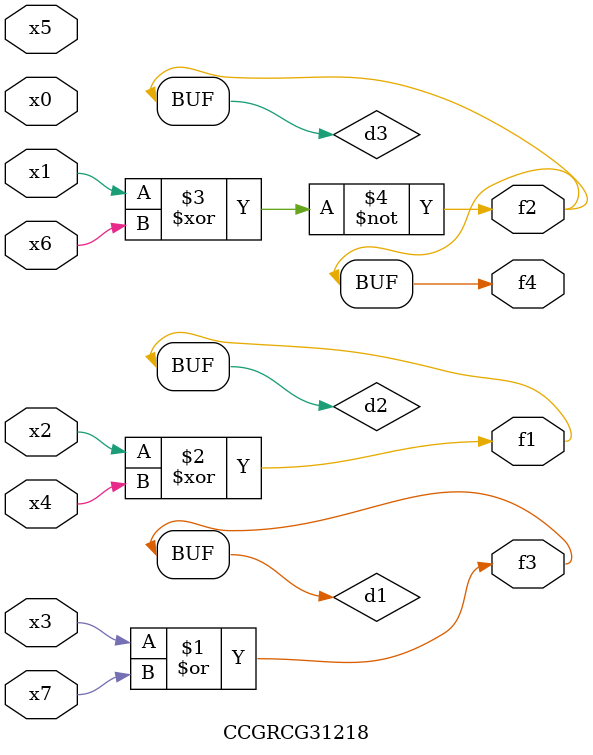
<source format=v>
module CCGRCG31218(
	input x0, x1, x2, x3, x4, x5, x6, x7,
	output f1, f2, f3, f4
);

	wire d1, d2, d3;

	or (d1, x3, x7);
	xor (d2, x2, x4);
	xnor (d3, x1, x6);
	assign f1 = d2;
	assign f2 = d3;
	assign f3 = d1;
	assign f4 = d3;
endmodule

</source>
